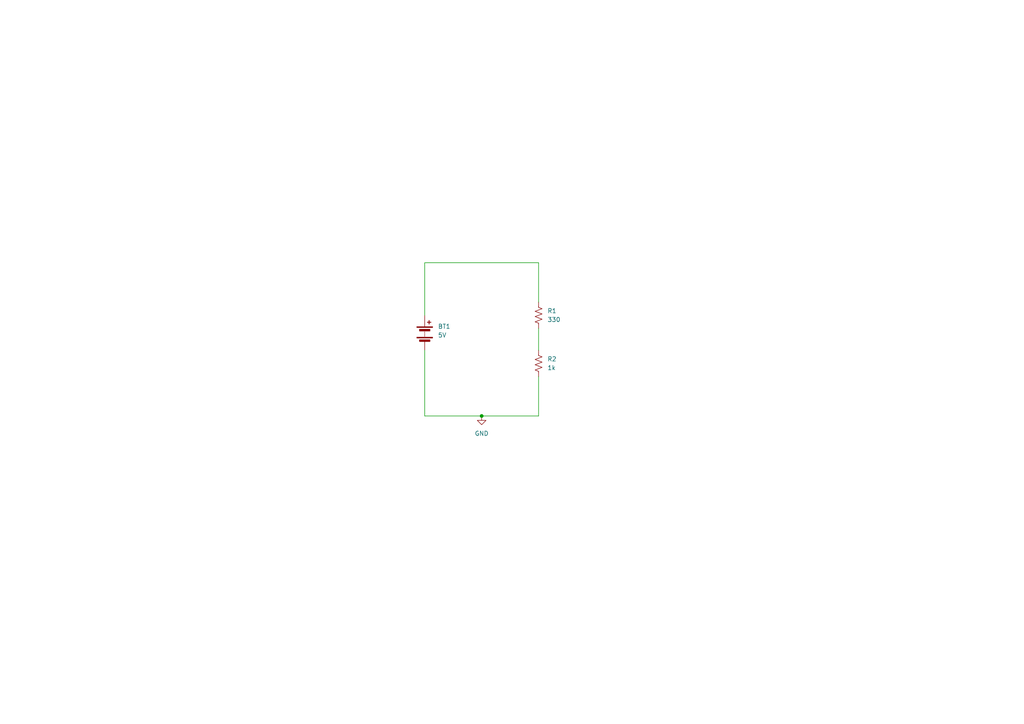
<source format=kicad_sch>
(kicad_sch (version 20250114) (generator "eeschema") (generator_version "9.0")
  (paper "A4")
  (lib_symbols
    (symbol "Device:Battery" (pin_numbers (hide yes)) (pin_names (offset 0) (hide yes))
      (property "Reference" "BT" (at 2.54 2.54 0))
      (property "Value" "Battery" (at 2.54 0 0))
      (symbol "Battery_0_1"
        (rectangle (start -2.286 1.778) (end 2.286 1.524) (fill (type outline)))
        (rectangle (start -2.286 -1.27) (end 2.286 -1.524) (fill (type outline)))
        (rectangle (start -1.524 1.016) (end 1.524 0.508) (fill (type outline)))
        (rectangle (start -1.524 -2.032) (end 1.524 -2.54) (fill (type outline)))
        (polyline (pts (xy 0 1.778) (xy 0 2.54)))
        (polyline (pts (xy 0 0) (xy 0 0.254)))
        (polyline (pts (xy 0 -0.508) (xy 0 -0.254)))
        (polyline (pts (xy 0 -1.016) (xy 0 -0.762)))
        (polyline (pts (xy 0.762 3.048) (xy 1.778 3.048)) (stroke (width 0.254)))
        (polyline (pts (xy 1.27 3.556) (xy 1.27 2.54)) (stroke (width 0.254)))
      )
      (symbol "Battery_1_1"
        (pin passive line (at 0 5.08 270) (length 2.54) (name "+") (number "1"))
        (pin passive line (at 0 -5.08 90) (length 2.54) (name "-") (number "2"))
      )
    )
    (symbol "Device:R_US" (pin_numbers (hide yes)) (pin_names (offset 0))
      (property "Reference" "R" (at 2.54 0 90))
      (property "Value" "R_US" (at -2.54 0 90))
      (symbol "R_US_0_1"
        (polyline (pts (xy 0 2.286) (xy 0 2.54)))
        (polyline (pts (xy 0 2.286) (xy 1.016 1.905) (xy 0 1.524) (xy -1.016 1.143) (xy 0 0.762)))
        (polyline (pts (xy 0 0.762) (xy 1.016 0.381) (xy 0 0) (xy -1.016 -0.381) (xy 0 -0.762)))
        (polyline (pts (xy 0 -0.762) (xy 1.016 -1.143) (xy 0 -1.524) (xy -1.016 -1.905) (xy 0 -2.286)))
        (polyline (pts (xy 0 -2.286) (xy 0 -2.54)))
      )
      (symbol "R_US_1_1"
        (pin passive line (at 0 3.81 270) (length 1.27) (name "~") (number "1"))
        (pin passive line (at 0 -3.81 90) (length 1.27) (name "~") (number "2"))
      )
    )
    (symbol "power:GND" (power) (pin_numbers (hide yes)) (pin_names (offset 0) (hide yes))
      (property "Value" "GND" (at 0 -3.81 0))
      (symbol "GND_0_1"
        (polyline (pts (xy 0 0) (xy 0 -1.27) (xy 1.27 -1.27) (xy 0 -2.54) (xy -1.27 -1.27) (xy 0 -1.27)))
      )
      (symbol "GND_1_1"
        (pin power_in line (at 0 0 270) (length 0) (name "~") (number "1"))
      )
    )
  )
  (junction (at 139.7 120.65))
  (wire (pts (xy 156.21 95.25) (xy 156.21 101.6)))
  (wire (pts (xy 156.21 76.2) (xy 156.21 87.63)))
  (wire (pts (xy 123.19 76.2) (xy 156.21 76.2)))
  (wire (pts (xy 139.7 120.65) (xy 123.19 120.65)))
  (wire (pts (xy 123.19 101.6) (xy 123.19 120.65)))
  (wire (pts (xy 123.19 76.2) (xy 123.19 91.44)))
  (wire (pts (xy 156.21 120.65) (xy 139.7 120.65)))
  (wire (pts (xy 156.21 109.22) (xy 156.21 120.65)))
  (symbol (lib_id "Device:R_US") (at 156.21 105.41 0) (unit 1)
    (property "Reference" "R2" (at 158.75 104.1399 0) (effects (justify left)))
    (property "Value" "1k" (at 158.75 106.6799 0) (effects (justify left)))
    (property "Description" "Resistor, US symbol" (effects (hide yes)))
  )
  (symbol (lib_id "power:GND") (at 139.7 120.65 0) (unit 1)
    (property "Reference" "#PWR02" (effects (hide yes)))
    (property "Value" "GND" (at 139.7 125.73 0))
    (property "Description" "Power symbol creates a global label with name \"GND\" , ground" (effects (hide yes)))
  )
  (symbol (lib_id "Device:R_US") (at 156.21 91.44 0) (unit 1)
    (property "Reference" "R1" (at 158.75 90.1699 0) (effects (justify left)))
    (property "Value" "330" (at 158.75 92.7099 0) (effects (justify left)))
    (property "Description" "Resistor, US symbol" (effects (hide yes)))
  )
  (symbol (lib_id "Device:Battery") (at 123.19 96.52 0) (unit 1)
    (property "Reference" "BT1" (at 127 94.6784 0) (effects (justify left)))
    (property "Value" "5V" (at 127 97.2184 0) (effects (justify left)))
    (property "Description" "Multiple-cell battery" (effects (hide yes)))
  )
)
</source>
